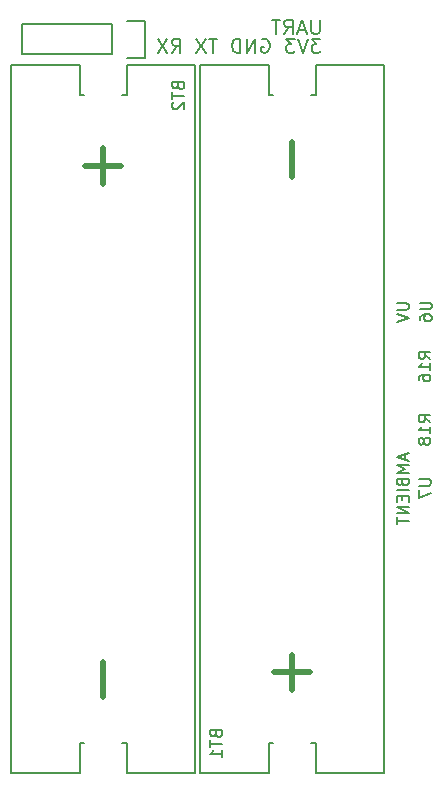
<source format=gbo>
G04 #@! TF.FileFunction,Legend,Bot*
%FSLAX46Y46*%
G04 Gerber Fmt 4.6, Leading zero omitted, Abs format (unit mm)*
G04 Created by KiCad (PCBNEW 4.0.4-stable) date 2016 December 21, Wednesday 22:04:00*
%MOMM*%
%LPD*%
G01*
G04 APERTURE LIST*
%ADD10C,0.100000*%
%ADD11C,0.200000*%
%ADD12C,0.150000*%
%ADD13C,0.500000*%
%ADD14R,1.867200X2.172000*%
%ADD15O,1.867200X2.172000*%
%ADD16C,0.724200*%
%ADD17C,2.640000*%
%ADD18C,1.740000*%
G04 APERTURE END LIST*
D10*
D11*
X26314287Y65457143D02*
X26314287Y64485714D01*
X26257144Y64371429D01*
X26200001Y64314286D01*
X26085715Y64257143D01*
X25857144Y64257143D01*
X25742858Y64314286D01*
X25685715Y64371429D01*
X25628572Y64485714D01*
X25628572Y65457143D01*
X25114287Y64600000D02*
X24542858Y64600000D01*
X25228572Y64257143D02*
X24828572Y65457143D01*
X24428572Y64257143D01*
X23342858Y64257143D02*
X23742858Y64828571D01*
X24028573Y64257143D02*
X24028573Y65457143D01*
X23571430Y65457143D01*
X23457144Y65400000D01*
X23400001Y65342857D01*
X23342858Y65228571D01*
X23342858Y65057143D01*
X23400001Y64942857D01*
X23457144Y64885714D01*
X23571430Y64828571D01*
X24028573Y64828571D01*
X23000001Y65457143D02*
X22314287Y65457143D01*
X22657144Y64257143D02*
X22657144Y65457143D01*
X26385714Y63857143D02*
X25642857Y63857143D01*
X26042857Y63400000D01*
X25871429Y63400000D01*
X25757143Y63342857D01*
X25700000Y63285714D01*
X25642857Y63171429D01*
X25642857Y62885714D01*
X25700000Y62771429D01*
X25757143Y62714286D01*
X25871429Y62657143D01*
X26214286Y62657143D01*
X26328572Y62714286D01*
X26385714Y62771429D01*
X25300000Y63857143D02*
X24900000Y62657143D01*
X24500000Y63857143D01*
X24214286Y63857143D02*
X23471429Y63857143D01*
X23871429Y63400000D01*
X23700001Y63400000D01*
X23585715Y63342857D01*
X23528572Y63285714D01*
X23471429Y63171429D01*
X23471429Y62885714D01*
X23528572Y62771429D01*
X23585715Y62714286D01*
X23700001Y62657143D01*
X24042858Y62657143D01*
X24157144Y62714286D01*
X24214286Y62771429D01*
X21414286Y63800000D02*
X21528572Y63857143D01*
X21700001Y63857143D01*
X21871429Y63800000D01*
X21985715Y63685714D01*
X22042858Y63571429D01*
X22100001Y63342857D01*
X22100001Y63171429D01*
X22042858Y62942857D01*
X21985715Y62828571D01*
X21871429Y62714286D01*
X21700001Y62657143D01*
X21585715Y62657143D01*
X21414286Y62714286D01*
X21357143Y62771429D01*
X21357143Y63171429D01*
X21585715Y63171429D01*
X20842858Y62657143D02*
X20842858Y63857143D01*
X20157143Y62657143D01*
X20157143Y63857143D01*
X19585715Y62657143D02*
X19585715Y63857143D01*
X19300000Y63857143D01*
X19128572Y63800000D01*
X19014286Y63685714D01*
X18957143Y63571429D01*
X18900000Y63342857D01*
X18900000Y63171429D01*
X18957143Y62942857D01*
X19014286Y62828571D01*
X19128572Y62714286D01*
X19300000Y62657143D01*
X19585715Y62657143D01*
X17642857Y63857143D02*
X16957143Y63857143D01*
X17300000Y62657143D02*
X17300000Y63857143D01*
X16671428Y63857143D02*
X15871428Y62657143D01*
X15871428Y63857143D02*
X16671428Y62657143D01*
X13814285Y62657143D02*
X14214285Y63228571D01*
X14500000Y62657143D02*
X14500000Y63857143D01*
X14042857Y63857143D01*
X13928571Y63800000D01*
X13871428Y63742857D01*
X13814285Y63628571D01*
X13814285Y63457143D01*
X13871428Y63342857D01*
X13928571Y63285714D01*
X14042857Y63228571D01*
X14500000Y63228571D01*
X13414285Y63857143D02*
X12614285Y62657143D01*
X12614285Y63857143D02*
X13414285Y62657143D01*
D12*
X33566667Y28654762D02*
X33566667Y28178571D01*
X33852381Y28750000D02*
X32852381Y28416667D01*
X33852381Y28083333D01*
X33852381Y27750000D02*
X32852381Y27750000D01*
X33566667Y27416666D01*
X32852381Y27083333D01*
X33852381Y27083333D01*
X33328571Y26273809D02*
X33376190Y26130952D01*
X33423810Y26083333D01*
X33519048Y26035714D01*
X33661905Y26035714D01*
X33757143Y26083333D01*
X33804762Y26130952D01*
X33852381Y26226190D01*
X33852381Y26607143D01*
X32852381Y26607143D01*
X32852381Y26273809D01*
X32900000Y26178571D01*
X32947619Y26130952D01*
X33042857Y26083333D01*
X33138095Y26083333D01*
X33233333Y26130952D01*
X33280952Y26178571D01*
X33328571Y26273809D01*
X33328571Y26607143D01*
X33852381Y25607143D02*
X32852381Y25607143D01*
X33328571Y25130953D02*
X33328571Y24797619D01*
X33852381Y24654762D02*
X33852381Y25130953D01*
X32852381Y25130953D01*
X32852381Y24654762D01*
X33852381Y24226191D02*
X32852381Y24226191D01*
X33852381Y23654762D01*
X32852381Y23654762D01*
X32852381Y23321429D02*
X32852381Y22750000D01*
X33852381Y23035715D02*
X32852381Y23035715D01*
X32852381Y41464286D02*
X33661905Y41464286D01*
X33757143Y41416667D01*
X33804762Y41369048D01*
X33852381Y41273810D01*
X33852381Y41083333D01*
X33804762Y40988095D01*
X33757143Y40940476D01*
X33661905Y40892857D01*
X32852381Y40892857D01*
X32852381Y40559524D02*
X33852381Y40226191D01*
X32852381Y39892857D01*
X8720001Y62530000D02*
X1100001Y62530000D01*
X8720001Y65070000D02*
X1100001Y65070000D01*
X11540001Y65350000D02*
X9990001Y65350000D01*
X1100001Y62530000D02*
X1100001Y65070000D01*
X8720001Y65070000D02*
X8720001Y62530000D01*
X9990001Y62250000D02*
X11540001Y62250000D01*
X11540001Y62250000D02*
X11540001Y65350000D01*
X22000000Y59060000D02*
X22000000Y61590000D01*
X22400000Y59060000D02*
X22000000Y59060000D01*
X26000000Y59060000D02*
X26000000Y61590000D01*
X25600000Y59060000D02*
X26000000Y59060000D01*
D13*
X24000000Y52150000D02*
X24000000Y55150000D01*
X24000000Y8700000D02*
X24000000Y11700000D01*
X22500000Y10200000D02*
X25500000Y10200000D01*
D12*
X22000000Y4200000D02*
X22000000Y1700000D01*
X22400000Y4200000D02*
X22000000Y4200000D01*
X26000000Y4200000D02*
X26000000Y1700000D01*
X25600000Y4200000D02*
X26000000Y4200000D01*
X22000000Y1670000D02*
X16230000Y1670000D01*
X31770000Y61590000D02*
X26000000Y61590000D01*
X31770000Y1665000D02*
X31770000Y61595000D01*
X16230000Y1665000D02*
X16230000Y61595000D01*
X31770000Y1670000D02*
X26000000Y1670000D01*
X22000000Y61595000D02*
X16230000Y61595000D01*
X10000000Y4200000D02*
X10000000Y1670000D01*
X9600000Y4200000D02*
X10000000Y4200000D01*
X6000000Y4200000D02*
X6000000Y1670000D01*
X6400000Y4200000D02*
X6000000Y4200000D01*
D13*
X8000000Y11110000D02*
X8000000Y8110000D01*
X8000000Y54560000D02*
X8000000Y51560000D01*
X9500000Y53060000D02*
X6500000Y53060000D01*
D12*
X10000000Y59060000D02*
X10000000Y61560000D01*
X9600000Y59060000D02*
X10000000Y59060000D01*
X6000000Y59060000D02*
X6000000Y61560000D01*
X6400000Y59060000D02*
X6000000Y59060000D01*
X10000000Y61590000D02*
X15770000Y61590000D01*
X230000Y1670000D02*
X6000000Y1670000D01*
X230000Y61595000D02*
X230000Y1665000D01*
X15770000Y61595000D02*
X15770000Y1665000D01*
X230000Y61590000D02*
X6000000Y61590000D01*
X10000000Y1665000D02*
X15770000Y1665000D01*
X35702381Y36742857D02*
X35226190Y37076191D01*
X35702381Y37314286D02*
X34702381Y37314286D01*
X34702381Y36933333D01*
X34750000Y36838095D01*
X34797619Y36790476D01*
X34892857Y36742857D01*
X35035714Y36742857D01*
X35130952Y36790476D01*
X35178571Y36838095D01*
X35226190Y36933333D01*
X35226190Y37314286D01*
X35702381Y35790476D02*
X35702381Y36361905D01*
X35702381Y36076191D02*
X34702381Y36076191D01*
X34845238Y36171429D01*
X34940476Y36266667D01*
X34988095Y36361905D01*
X34702381Y34933333D02*
X34702381Y35123810D01*
X34750000Y35219048D01*
X34797619Y35266667D01*
X34940476Y35361905D01*
X35130952Y35409524D01*
X35511905Y35409524D01*
X35607143Y35361905D01*
X35654762Y35314286D01*
X35702381Y35219048D01*
X35702381Y35028571D01*
X35654762Y34933333D01*
X35607143Y34885714D01*
X35511905Y34838095D01*
X35273810Y34838095D01*
X35178571Y34885714D01*
X35130952Y34933333D01*
X35083333Y35028571D01*
X35083333Y35219048D01*
X35130952Y35314286D01*
X35178571Y35361905D01*
X35273810Y35409524D01*
X35702381Y31392857D02*
X35226190Y31726191D01*
X35702381Y31964286D02*
X34702381Y31964286D01*
X34702381Y31583333D01*
X34750000Y31488095D01*
X34797619Y31440476D01*
X34892857Y31392857D01*
X35035714Y31392857D01*
X35130952Y31440476D01*
X35178571Y31488095D01*
X35226190Y31583333D01*
X35226190Y31964286D01*
X35702381Y30440476D02*
X35702381Y31011905D01*
X35702381Y30726191D02*
X34702381Y30726191D01*
X34845238Y30821429D01*
X34940476Y30916667D01*
X34988095Y31011905D01*
X35130952Y29869048D02*
X35083333Y29964286D01*
X35035714Y30011905D01*
X34940476Y30059524D01*
X34892857Y30059524D01*
X34797619Y30011905D01*
X34750000Y29964286D01*
X34702381Y29869048D01*
X34702381Y29678571D01*
X34750000Y29583333D01*
X34797619Y29535714D01*
X34892857Y29488095D01*
X34940476Y29488095D01*
X35035714Y29535714D01*
X35083333Y29583333D01*
X35130952Y29678571D01*
X35130952Y29869048D01*
X35178571Y29964286D01*
X35226190Y30011905D01*
X35321429Y30059524D01*
X35511905Y30059524D01*
X35607143Y30011905D01*
X35654762Y29964286D01*
X35702381Y29869048D01*
X35702381Y29678571D01*
X35654762Y29583333D01*
X35607143Y29535714D01*
X35511905Y29488095D01*
X35321429Y29488095D01*
X35226190Y29535714D01*
X35178571Y29583333D01*
X35130952Y29678571D01*
X34802381Y41511905D02*
X35611905Y41511905D01*
X35707143Y41464286D01*
X35754762Y41416667D01*
X35802381Y41321429D01*
X35802381Y41130952D01*
X35754762Y41035714D01*
X35707143Y40988095D01*
X35611905Y40940476D01*
X34802381Y40940476D01*
X34802381Y40035714D02*
X34802381Y40226191D01*
X34850000Y40321429D01*
X34897619Y40369048D01*
X35040476Y40464286D01*
X35230952Y40511905D01*
X35611905Y40511905D01*
X35707143Y40464286D01*
X35754762Y40416667D01*
X35802381Y40321429D01*
X35802381Y40130952D01*
X35754762Y40035714D01*
X35707143Y39988095D01*
X35611905Y39940476D01*
X35373810Y39940476D01*
X35278571Y39988095D01*
X35230952Y40035714D01*
X35183333Y40130952D01*
X35183333Y40321429D01*
X35230952Y40416667D01*
X35278571Y40464286D01*
X35373810Y40511905D01*
X34752381Y26585238D02*
X35561905Y26585238D01*
X35657143Y26537619D01*
X35704762Y26490000D01*
X35752381Y26394762D01*
X35752381Y26204285D01*
X35704762Y26109047D01*
X35657143Y26061428D01*
X35561905Y26013809D01*
X34752381Y26013809D01*
X34752381Y25632857D02*
X34752381Y24966190D01*
X35752381Y25394762D01*
X17528571Y4985714D02*
X17576190Y4842857D01*
X17623810Y4795238D01*
X17719048Y4747619D01*
X17861905Y4747619D01*
X17957143Y4795238D01*
X18004762Y4842857D01*
X18052381Y4938095D01*
X18052381Y5319048D01*
X17052381Y5319048D01*
X17052381Y4985714D01*
X17100000Y4890476D01*
X17147619Y4842857D01*
X17242857Y4795238D01*
X17338095Y4795238D01*
X17433333Y4842857D01*
X17480952Y4890476D01*
X17528571Y4985714D01*
X17528571Y5319048D01*
X17052381Y4461905D02*
X17052381Y3890476D01*
X18052381Y4176191D02*
X17052381Y4176191D01*
X18052381Y3033333D02*
X18052381Y3604762D01*
X18052381Y3319048D02*
X17052381Y3319048D01*
X17195238Y3414286D01*
X17290476Y3509524D01*
X17338095Y3604762D01*
X14328571Y59845714D02*
X14376190Y59702857D01*
X14423810Y59655238D01*
X14519048Y59607619D01*
X14661905Y59607619D01*
X14757143Y59655238D01*
X14804762Y59702857D01*
X14852381Y59798095D01*
X14852381Y60179048D01*
X13852381Y60179048D01*
X13852381Y59845714D01*
X13900000Y59750476D01*
X13947619Y59702857D01*
X14042857Y59655238D01*
X14138095Y59655238D01*
X14233333Y59702857D01*
X14280952Y59750476D01*
X14328571Y59845714D01*
X14328571Y60179048D01*
X13852381Y59321905D02*
X13852381Y58750476D01*
X14852381Y59036191D02*
X13852381Y59036191D01*
X13947619Y58464762D02*
X13900000Y58417143D01*
X13852381Y58321905D01*
X13852381Y58083809D01*
X13900000Y57988571D01*
X13947619Y57940952D01*
X14042857Y57893333D01*
X14138095Y57893333D01*
X14280952Y57940952D01*
X14852381Y58512381D01*
X14852381Y57893333D01*
%LPC*%
D14*
X9990001Y63800000D03*
D15*
X7450001Y63800000D03*
X4910001Y63800000D03*
X2370001Y63800000D03*
D16*
X21900000Y12900000D03*
X22400000Y13650000D03*
X21400000Y13650000D03*
X21400000Y12150000D03*
X22400000Y12150000D03*
D17*
X24000000Y4200000D03*
X24000000Y59060000D03*
D18*
X30730000Y4200000D03*
D17*
X8000000Y59060000D03*
X8000000Y4200000D03*
D18*
X1270000Y59060000D03*
M02*

</source>
